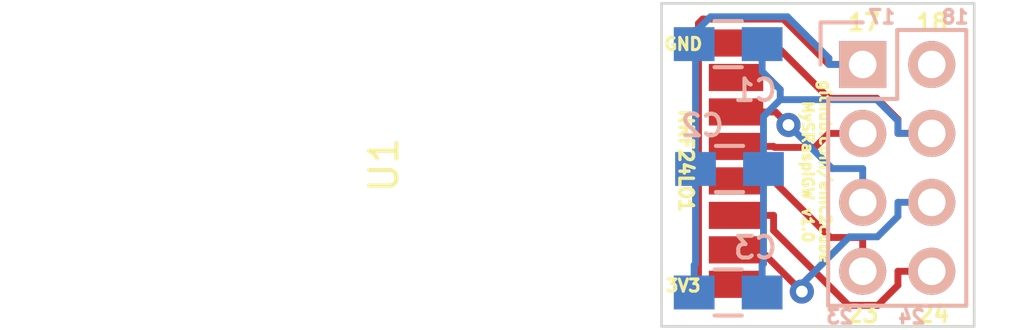
<source format=kicad_pcb>

(kicad_pcb
  (version 4)
  (host pcbnew 4.0.2-stable)
  (general
    (links 13)
    (no_connects 0)
    (area 53.949999 34.049999 65.550001 46.050001)
    (thickness 1.6002)
    (drawings 16)
    (tracks 67)
    (zones 0)
    (modules 5)
    (nets 10))
  (page A4)
  (layers
    (0 Top signal)
    (31 Bottom signal)
    (32 B.Adhes user)
    (33 F.Adhes user)
    (34 B.Paste user)
    (35 F.Paste user)
    (36 B.SilkS user)
    (37 F.SilkS user)
    (38 B.Mask user)
    (39 F.Mask user)
    (40 Dwgs.User user)
    (41 Cmts.User user)
    (42 Eco1.User user)
    (43 Eco2.User user)
    (44 Edge.Cuts user)
    (45 Margin user)
    (46 B.CrtYd user)
    (47 F.CrtYd user)
    (48 B.Fab user)
    (49 F.Fab user))
  (setup
    (last_trace_width 0.254)
    (trace_clearance 0.254)
    (zone_clearance 0.508)
    (zone_45_only no)
    (trace_min 0.1524)
    (segment_width 0.2)
    (edge_width 0.1)
    (via_size 0.889)
    (via_drill 0.4318)
    (via_min_size 0.6858)
    (via_min_drill 0.3302)
    (uvia_size 0.762)
    (uvia_drill 0.508)
    (uvias_allowed no)
    (uvia_min_size 0)
    (uvia_min_drill 0)
    (pcb_text_width 0.3)
    (pcb_text_size 1.5 1.5)
    (mod_edge_width 0.15)
    (mod_text_size 1 1)
    (mod_text_width 0.15)
    (pad_size 1 2)
    (pad_drill 0)
    (pad_to_mask_clearance 0)
    (aux_axis_origin 0 0)
    (visible_elements FFFFFFFF)
    (pcbplotparams
      (layerselection 0x010f0_80000001)
      (usegerberextensions true)
      (excludeedgelayer true)
      (linewidth 0.1)
      (plotframeref false)
      (viasonmask false)
      (mode 1)
      (useauxorigin false)
      (hpglpennumber 1)
      (hpglpenspeed 20)
      (hpglpendiameter 15)
      (hpglpenoverlay 2)
      (psnegative false)
      (psa4output false)
      (plotreference true)
      (plotvalue true)
      (plotinvisibletext false)
      (padsonsilk false)
      (subtractmaskfromsilk false)
      (outputformat 1)
      (mirror false)
      (drillshape 0)
      (scaleselection 1)
      (outputdirectory "")))
  (net 0 "")
  (net 1 +3V3)
  (net 2 GND)
  (net 3 MOSI)
  (net 4 MISO)
  (net 5 CE)
  (net 6 SCK)
  (net 7 CSN)
  (net 8 "Net-(U1-Pad8)")
  (net 9 "Net-(P1-Pad2)")
  (net_class Default "Ceci est la Netclass par défaut"
    (clearance 0.254)
    (trace_width 0.254)
    (via_dia 0.889)
    (via_drill 0.4318)
    (uvia_dia 0.762)
    (uvia_drill 0.508)
    (add_net +3V3)
    (add_net CE)
    (add_net CSN)
    (add_net GND)
    (add_net MISO)
    (add_net MOSI)
    (add_net "Net-(P1-Pad2)")
    (add_net "Net-(U1-Pad8)")
    (add_net SCK))
  (net_class VCC ""
    (clearance 0.3048)
    (trace_width 0.508)
    (via_dia 1.143)
    (via_drill 0.635)
    (uvia_dia 0.762)
    (uvia_drill 0.508))
  (module Socket_Strips:Socket_Strip_Straight_2x04
    (layer Bottom)
    (tedit 5779F6F8)
    (tstamp inf)
    (at 61.4 36.35 270)
    (descr "Through hole socket strip")
    (tags "socket strip")
    (path /573ACFFE)
    (fp_text reference P1
      (at 0.05 0 360)
      (layer B.SilkS) hide
      (effects
        (font
          (size 1 1)
          (thickness 0.15))
        (justify mirror)))
    (fp_text value CONN_02X04
      (at 3.75 -5.1 450)
      (layer B.Fab)
      (effects
        (font
          (size 1 1)
          (thickness 0.15))
        (justify mirror)))
    (fp_line
      (start -1.75 1.75)
      (end -1.75 -4.3)
      (layer B.CrtYd)
      (width 0.05))
    (fp_line
      (start 9.4 1.75)
      (end 9.4 -4.3)
      (layer B.CrtYd)
      (width 0.05))
    (fp_line
      (start -1.75 1.75)
      (end 9.4 1.75)
      (layer B.CrtYd)
      (width 0.05))
    (fp_line
      (start -1.75 -4.3)
      (end 9.4 -4.3)
      (layer B.CrtYd)
      (width 0.05))
    (fp_line
      (start 1.27 1.27)
      (end 8.89 1.27)
      (layer B.SilkS)
      (width 0.15))
    (fp_line
      (start 8.89 1.27)
      (end 8.89 -3.81)
      (layer B.SilkS)
      (width 0.15))
    (fp_line
      (start 8.89 -3.81)
      (end -1.27 -3.81)
      (layer B.SilkS)
      (width 0.15))
    (fp_line
      (start -1.27 -3.81)
      (end -1.27 -1.27)
      (layer B.SilkS)
      (width 0.15))
    (fp_line
      (start 0 1.55)
      (end -1.55 1.55)
      (layer B.SilkS)
      (width 0.15))
    (fp_line
      (start -1.27 -1.27)
      (end 1.27 -1.27)
      (layer B.SilkS)
      (width 0.15))
    (fp_line
      (start 1.27 -1.27)
      (end 1.27 1.27)
      (layer B.SilkS)
      (width 0.15))
    (fp_line
      (start -1.55 1.55)
      (end -1.55 0)
      (layer B.SilkS)
      (width 0.15))
    (pad 1 thru_hole rect
      (at 0 0 270)
      (size 1.7272 1.7272)
      (drill 1.016)
      (layers *.Cu *.Mask B.SilkS)
      (net 1 +3V3))
    (pad 2 thru_hole oval
      (at 0 -2.54 270)
      (size 1.7272 1.7272)
      (drill 1.016)
      (layers *.Cu *.Mask B.SilkS)
      (net 9 "Net-(P1-Pad2)"))
    (pad 3 thru_hole oval
      (at 2.54 0 270)
      (size 1.7272 1.7272)
      (drill 1.016)
      (layers *.Cu *.Mask B.SilkS)
      (net 3 MOSI))
    (pad 4 thru_hole oval
      (at 2.54 -2.54 270)
      (size 1.7272 1.7272)
      (drill 1.016)
      (layers *.Cu *.Mask B.SilkS)
      (net 2 GND))
    (pad 5 thru_hole oval
      (at 5.08 0 270)
      (size 1.7272 1.7272)
      (drill 1.016)
      (layers *.Cu *.Mask B.SilkS)
      (net 4 MISO))
    (pad 6 thru_hole oval
      (at 5.08 -2.54 270)
      (size 1.7272 1.7272)
      (drill 1.016)
      (layers *.Cu *.Mask B.SilkS)
      (net 5 CE))
    (pad 7 thru_hole oval
      (at 7.62 0 270)
      (size 1.7272 1.7272)
      (drill 1.016)
      (layers *.Cu *.Mask B.SilkS)
      (net 6 SCK))
    (pad 8 thru_hole oval
      (at 7.62 -2.54 270)
      (size 1.7272 1.7272)
      (drill 1.016)
      (layers *.Cu *.Mask B.SilkS)
      (net 7 CSN))
    (model Socket_Strips.3dshapes/Socket_Strip_Straight_2x04.wrl
      (at
        (xyz 0.15 -0.05 0))
      (scale
        (xyz 1 1 1))
      (rotate
        (xyz 0 0 180))))
  (module Capacitors_SMD:C_0805_HandSoldering
    (layer Bottom)
    (tedit 5779F6EC)
    (tstamp 573AD2EA)
    (at 56.45 44.75)
    (descr "Capacitor SMD 0805, hand soldering")
    (tags "capacitor 0805")
    (path /573AD311)
    (attr smd)
    (fp_text reference C3
      (at 1 -1.65)
      (layer B.SilkS)
      (effects
        (font
          (size 0.8 0.8)
          (thickness 0.15))
        (justify mirror)))
    (fp_text value 47µF
      (at -0.05 0.15)
      (layer B.Fab)
      (effects
        (font
          (size 1 1)
          (thickness 0.15))
        (justify mirror)))
    (fp_line
      (start -2.3 1)
      (end 2.3 1)
      (layer B.CrtYd)
      (width 0.05))
    (fp_line
      (start -2.3 -1)
      (end 2.3 -1)
      (layer B.CrtYd)
      (width 0.05))
    (fp_line
      (start -2.3 1)
      (end -2.3 -1)
      (layer B.CrtYd)
      (width 0.05))
    (fp_line
      (start 2.3 1)
      (end 2.3 -1)
      (layer B.CrtYd)
      (width 0.05))
    (fp_line
      (start 0.5 0.85)
      (end -0.5 0.85)
      (layer B.SilkS)
      (width 0.15))
    (fp_line
      (start -0.5 -0.85)
      (end 0.5 -0.85)
      (layer B.SilkS)
      (width 0.15))
    (pad 1 smd rect
      (at -1.25 0)
      (size 1.5 1.25)
      (layers Bottom B.Paste B.Mask)
      (net 1 +3V3))
    (pad 2 smd rect
      (at 1.25 0)
      (size 1.5 1.25)
      (layers Bottom B.Paste B.Mask)
      (net 2 GND))
    (model Capacitors_SMD.3dshapes/C_0805_HandSoldering.wrl
      (at
        (xyz 0 0 0))
      (scale
        (xyz 1 1 1))
      (rotate
        (xyz 0 0 0))))
  (module Capacitors_SMD:C_0805_HandSoldering
    (layer Bottom)
    (tedit 5779F6E6)
    (tstamp 573AD2E4)
    (at 56.5 40.2)
    (descr "Capacitor SMD 0805, hand soldering")
    (tags "capacitor 0805")
    (path /5701C54D)
    (attr smd)
    (fp_text reference C2
      (at -1 -1.6)
      (layer B.SilkS)
      (effects
        (font
          (size 0.8 0.8)
          (thickness 0.15))
        (justify mirror)))
    (fp_text value 4.7µF
      (at 0 0)
      (layer B.Fab)
      (effects
        (font
          (size 1 1)
          (thickness 0.15))
        (justify mirror)))
    (fp_line
      (start -2.3 1)
      (end 2.3 1)
      (layer B.CrtYd)
      (width 0.05))
    (fp_line
      (start -2.3 -1)
      (end 2.3 -1)
      (layer B.CrtYd)
      (width 0.05))
    (fp_line
      (start -2.3 1)
      (end -2.3 -1)
      (layer B.CrtYd)
      (width 0.05))
    (fp_line
      (start 2.3 1)
      (end 2.3 -1)
      (layer B.CrtYd)
      (width 0.05))
    (fp_line
      (start 0.5 0.85)
      (end -0.5 0.85)
      (layer B.SilkS)
      (width 0.15))
    (fp_line
      (start -0.5 -0.85)
      (end 0.5 -0.85)
      (layer B.SilkS)
      (width 0.15))
    (pad 1 smd rect
      (at -1.25 0)
      (size 1.5 1.25)
      (layers Bottom B.Paste B.Mask)
      (net 1 +3V3))
    (pad 2 smd rect
      (at 1.25 0)
      (size 1.5 1.25)
      (layers Bottom B.Paste B.Mask)
      (net 2 GND))
    (model Capacitors_SMD.3dshapes/C_0805_HandSoldering.wrl
      (at
        (xyz 0 0 0))
      (scale
        (xyz 1 1 1))
      (rotate
        (xyz 0 0 0))))
  (module Capacitors_SMD:C_0805_HandSoldering
    (layer Bottom)
    (tedit 5779F6E0)
    (tstamp 573AD2DE)
    (at 56.45 35.6)
    (descr "Capacitor SMD 0805, hand soldering")
    (tags "capacitor 0805")
    (path /573AD2DF)
    (attr smd)
    (fp_text reference C1
      (at 1 1.7)
      (layer B.SilkS)
      (effects
        (font
          (size 0.8 0.8)
          (thickness 0.15))
        (justify mirror)))
    (fp_text value 0.1µF
      (at 0.05 0)
      (layer B.Fab)
      (effects
        (font
          (size 1 1)
          (thickness 0.15))
        (justify mirror)))
    (fp_line
      (start -2.3 1)
      (end 2.3 1)
      (layer B.CrtYd)
      (width 0.05))
    (fp_line
      (start -2.3 -1)
      (end 2.3 -1)
      (layer B.CrtYd)
      (width 0.05))
    (fp_line
      (start -2.3 1)
      (end -2.3 -1)
      (layer B.CrtYd)
      (width 0.05))
    (fp_line
      (start 2.3 1)
      (end 2.3 -1)
      (layer B.CrtYd)
      (width 0.05))
    (fp_line
      (start 0.5 0.85)
      (end -0.5 0.85)
      (layer B.SilkS)
      (width 0.15))
    (fp_line
      (start -0.5 -0.85)
      (end 0.5 -0.85)
      (layer B.SilkS)
      (width 0.15))
    (pad 1 smd rect
      (at -1.25 0)
      (size 1.5 1.25)
      (layers Bottom B.Paste B.Mask)
      (net 1 +3V3))
    (pad 2 smd rect
      (at 1.25 0)
      (size 1.5 1.25)
      (layers Bottom B.Paste B.Mask)
      (net 2 GND))
    (model Capacitors_SMD.3dshapes/C_0805_HandSoldering.wrl
      (at
        (xyz 0 0 0))
      (scale
        (xyz 1 1 1))
      (rotate
        (xyz 0 0 0))))
  (module mysensors_radios:NRF24L01_PA_LNA-SMD
    (layer Top)
    (tedit 577395AB)
    (tstamp 5765B758)
    (at 48.04 40.05 90)
    (path /56F8DB79)
    (fp_text reference U1
      (at 0 -4.25 90)
      (layer F.SilkS)
      (effects
        (font
          (size 1 1)
          (thickness 0.15))))
    (fp_text value NRF24L01
      (at -5 -4 180)
      (layer F.Fab)
      (effects
        (font
          (size 0.8 0.8)
          (thickness 0.15))))
    (fp_line
      (start -5.25 -17)
      (end 4.75 -17)
      (layer F.CrtYd)
      (width 0.5))
    (fp_line
      (start -6 8.7)
      (end -6 -18.3)
      (layer F.CrtYd)
      (width 0.15))
    (fp_line
      (start 6 -18.3)
      (end 6 8.7)
      (layer F.CrtYd)
      (width 0.15))
    (fp_line
      (start -6 -13.3)
      (end 6 -13.3)
      (layer F.CrtYd)
      (width 0.15))
    (fp_line
      (start 6 8.7)
      (end -6 8.7)
      (layer F.CrtYd)
      (width 0.15))
    (fp_line
      (start -6 -18.3)
      (end 6 -18.3)
      (layer F.CrtYd)
      (width 0.15))
    (pad 2 smd rect
      (at -4.4 8.7 90)
      (size 1 2)
      (layers Top F.Paste F.Mask)
      (net 1 +3V3))
    (pad 3 smd rect
      (at -3.13 8.7 90)
      (size 1 2)
      (layers Top F.Paste F.Mask)
      (net 5 CE))
    (pad 4 smd rect
      (at -1.86 8.7 90)
      (size 1 2)
      (layers Top F.Paste F.Mask)
      (net 7 CSN))
    (pad 5 smd rect
      (at -0.59 8.7 90)
      (size 1 2)
      (layers Top F.Paste F.Mask)
      (net 6 SCK))
    (pad 6 smd rect
      (at 0.68 8.7 90)
      (size 1 2)
      (layers Top F.Paste F.Mask)
      (net 3 MOSI))
    (pad 7 smd rect
      (at 1.95 8.7 90)
      (size 1 2)
      (layers Top F.Paste F.Mask)
      (net 4 MISO))
    (pad 8 smd rect
      (at 3.22 8.7 90)
      (size 1 2)
      (layers Top F.Paste F.Mask)
      (net 8 "Net-(U1-Pad8)"))
    (pad 1 smd rect
      (at 4.49 8.7 90)
      (size 1 2)
      (layers Top F.Paste F.Mask)
      (net 2 GND))
    (model ${MYSLOCAL}/mysensors.3dshapes/mysensors_radios.3dshapes/nrf24palnasmd.wrl
      (at
        (xyz -5.7625 2.9 0.03))
      (scale
        (xyz 0.395 0.395 0.395))
      (rotate
        (xyz 0 0 0)))
    (model LEDs.3dshapes/LED_0402.wrl
      (at
        (xyz -0.02 0.66 0.062))
      (scale
        (xyz 8 1.75 1))
      (rotate
        (xyz 0 0 180)))
    (model Housings_DFN_QFN.3dshapes/QFN-20-1EP_5x5mm_Pitch0.65mm.wrl
      (at
        (xyz -0.0275 -0.109 0.062))
      (scale
        (xyz 1 1 1))
      (rotate
        (xyz 0 0 0)))
    (model Housings_DFN_QFN.3dshapes/QFN-16-1EP_3x3mm_Pitch0.5mm.wrl
      (at
        (xyz -0.08 0.335 0.062))
      (scale
        (xyz 1 1 1))
      (rotate
        (xyz 0 0 0))))
  (gr_text 3V3
    (at 54.8 44.5)
    (layer F.SilkS)
    (effects
      (font
        (size 0.45 0.45)
        (thickness 0.1125))))
  (gr_text GND
    (at 54.8 35.6)
    (layer F.SilkS)
    (effects
      (font
        (size 0.45 0.45)
        (thickness 0.1125))))
  (gr_text NRF24L01
    (at 54.9 39.9 270)
    (layer F.SilkS)
    (effects
      (font
        (size 0.5 0.5)
        (thickness 0.125))))
  (gr_text "github.com/emc2cube\nMySRaspiGW v1.0"
    (at 59.7 40.3 270)
    (layer F.SilkS)
    (effects
      (font
        (size 0.4 0.4)
        (thickness 0.1))))
  (gr_text 23
    (at 60.55 45.65)
    (layer B.SilkS)
    (effects
      (font
        (size 0.5 0.5)
        (thickness 0.125))
      (justify mirror)))
  (gr_text 24
    (at 63.2 45.65)
    (layer B.SilkS)
    (effects
      (font
        (size 0.5 0.5)
        (thickness 0.125))
      (justify mirror)))
  (gr_text 18
    (at 63.95 34.8)
    (layer F.SilkS)
    (effects
      (font
        (size 0.6 0.6)
        (thickness 0.125))))
  (gr_text 17
    (at 61.45 34.8)
    (layer F.SilkS)
    (effects
      (font
        (size 0.6 0.6)
        (thickness 0.125))))
  (gr_text 23
    (at 61.4 45.55)
    (layer F.SilkS)
    (effects
      (font
        (size 0.6 0.6)
        (thickness 0.125))))
  (gr_text 24
    (at 64 45.55)
    (layer F.SilkS)
    (effects
      (font
        (size 0.6 0.6)
        (thickness 0.125))))
  (gr_text 18
    (at 64.8 34.6)
    (layer B.SilkS)
    (effects
      (font
        (size 0.5 0.5)
        (thickness 0.125))
      (justify mirror)))
  (gr_text 17
    (at 62.1 34.6)
    (layer B.SilkS)
    (effects
      (font
        (size 0.5 0.5)
        (thickness 0.125))
      (justify mirror)))
  (gr_line
    (start 54 46)
    (end 65.5 46)
    (angle 90)
    (layer Edge.Cuts)
    (width 0.1))
  (gr_line
    (start 54 34.1)
    (end 54 46)
    (angle 90)
    (layer Edge.Cuts)
    (width 0.1))
  (gr_line
    (start 65.5 34.1)
    (end 54 34.1)
    (angle 90)
    (layer Edge.Cuts)
    (width 0.1))
  (gr_line
    (start 65.5 46)
    (end 65.5 34.1)
    (angle 90)
    (layer Edge.Cuts)
    (width 0.1))
  (segment
    (start 58.4837 34.6786)
    (end 60.1551 36.35)
    (width 0.254)
    (layer Top)
    (net 1))
  (segment
    (start 55.5154 34.6786)
    (end 58.4837 34.6786)
    (width 0.254)
    (layer Top)
    (net 1))
  (segment
    (start 55.3587 34.8353)
    (end 55.5154 34.6786)
    (width 0.254)
    (layer Top)
    (net 1))
  (segment
    (start 55.3587 44.45)
    (end 55.3587 34.8353)
    (width 0.254)
    (layer Top)
    (net 1))
  (segment
    (start 56.74 44.45)
    (end 55.3587 44.45)
    (width 0.254)
    (layer Top)
    (net 1))
  (segment
    (start 61.4 36.35)
    (end 60.1551 36.35)
    (width 0.254)
    (layer Top)
    (net 1))
  (segment
    (start 55.2 35.6)
    (end 55.2 35.0968)
    (width 0.254)
    (layer Bottom)
    (net 1))
  (segment
    (start 55.25 43.6937)
    (end 55.25 40.2)
    (width 0.254)
    (layer Bottom)
    (net 1))
  (segment
    (start 55.2 43.7437)
    (end 55.25 43.6937)
    (width 0.254)
    (layer Bottom)
    (net 1))
  (segment
    (start 55.2 44.75)
    (end 55.2 43.7437)
    (width 0.254)
    (layer Bottom)
    (net 1))
  (segment
    (start 55.8032 34.5936)
    (end 55.25 35.1468)
    (width 0.254)
    (layer Bottom)
    (net 1))
  (segment
    (start 58.6321 34.5936)
    (end 55.8032 34.5936)
    (width 0.254)
    (layer Bottom)
    (net 1))
  (segment
    (start 60.1551 36.1166)
    (end 58.6321 34.5936)
    (width 0.254)
    (layer Bottom)
    (net 1))
  (segment
    (start 60.1551 36.35)
    (end 60.1551 36.1166)
    (width 0.254)
    (layer Bottom)
    (net 1))
  (segment
    (start 55.2 35.0968)
    (end 55.25 35.1468)
    (width 0.254)
    (layer Bottom)
    (net 1))
  (segment
    (start 55.25 35.1468)
    (end 55.25 40.2)
    (width 0.254)
    (layer Bottom)
    (net 1))
  (segment
    (start 61.4 36.35)
    (end 60.1551 36.35)
    (width 0.254)
    (layer Bottom)
    (net 1))
  (segment
    (start 56.74 35.56)
    (end 58.1213 35.56)
    (width 0.254)
    (layer Top)
    (net 2))
  (segment
    (start 63.94 38.89)
    (end 62.6951 38.89)
    (width 0.254)
    (layer Top)
    (net 2))
  (segment
    (start 57.7 44.75)
    (end 57.7 43.7437)
    (width 0.254)
    (layer Bottom)
    (net 2))
  (segment
    (start 60.1563 37.595)
    (end 58.1213 35.56)
    (width 0.254)
    (layer Top)
    (net 2))
  (segment
    (start 61.9159 37.595)
    (end 60.1563 37.595)
    (width 0.254)
    (layer Top)
    (net 2))
  (segment
    (start 62.6951 38.3742)
    (end 61.9159 37.595)
    (width 0.254)
    (layer Top)
    (net 2))
  (segment
    (start 62.6951 38.89)
    (end 62.6951 38.3742)
    (width 0.254)
    (layer Top)
    (net 2))
  (segment
    (start 63.94 38.89)
    (end 62.6951 38.89)
    (width 0.254)
    (layer Bottom)
    (net 2))
  (segment
    (start 57.7 35.6)
    (end 57.7 36.6063)
    (width 0.254)
    (layer Bottom)
    (net 2))
  (segment
    (start 57.75 43.6937)
    (end 57.75 40.2)
    (width 0.254)
    (layer Bottom)
    (net 2))
  (segment
    (start 57.7 43.7437)
    (end 57.75 43.6937)
    (width 0.254)
    (layer Bottom)
    (net 2))
  (segment
    (start 58.3669 37.2732)
    (end 57.7 36.6063)
    (width 0.254)
    (layer Bottom)
    (net 2))
  (segment
    (start 58.3669 37.6451)
    (end 58.3669 37.2732)
    (width 0.254)
    (layer Bottom)
    (net 2))
  (segment
    (start 57.75 38.262)
    (end 58.3669 37.6451)
    (width 0.254)
    (layer Bottom)
    (net 2))
  (segment
    (start 57.75 40.2)
    (end 57.75 38.262)
    (width 0.254)
    (layer Bottom)
    (net 2))
  (segment
    (start 62.6951 38.4231)
    (end 62.6951 38.89)
    (width 0.254)
    (layer Bottom)
    (net 2))
  (segment
    (start 61.9171 37.6451)
    (end 62.6951 38.4231)
    (width 0.254)
    (layer Bottom)
    (net 2))
  (segment
    (start 58.3669 37.6451)
    (end 61.9171 37.6451)
    (width 0.254)
    (layer Bottom)
    (net 2))
  (segment
    (start 61.4 38.89)
    (end 60.1551 38.89)
    (width 0.254)
    (layer Top)
    (net 3))
  (segment
    (start 59.6403 39.4048)
    (end 60.1551 38.89)
    (width 0.254)
    (layer Top)
    (net 3))
  (segment
    (start 58.1561 39.4048)
    (end 59.6403 39.4048)
    (width 0.254)
    (layer Top)
    (net 3))
  (segment
    (start 58.1213 39.37)
    (end 58.1561 39.4048)
    (width 0.254)
    (layer Top)
    (net 3))
  (segment
    (start 56.74 39.37)
    (end 58.1213 39.37)
    (width 0.254)
    (layer Top)
    (net 3))
  (segment
    (start 58.19 38.1)
    (end 58.669 38.579)
    (width 0.254)
    (layer Top)
    (net 4))
  (segment
    (start 56.74 38.1)
    (end 58.19 38.1)
    (width 0.254)
    (layer Top)
    (net 4))
  (segment
    (start 60.2751 40.1851)
    (end 61.4 40.1851)
    (width 0.254)
    (layer Bottom)
    (net 4))
  (segment
    (start 58.669 38.579)
    (end 60.2751 40.1851)
    (width 0.254)
    (layer Bottom)
    (net 4))
  (segment
    (start 61.4 41.43)
    (end 61.4 40.1851)
    (width 0.254)
    (layer Bottom)
    (net 4))
  (segment
    (start 63.94 41.43)
    (end 62.6951 41.43)
    (width 0.254)
    (layer Bottom)
    (net 5))
  (segment
    (start 59.1613 44.7158)
    (end 59.1612 44.7158)
    (width 0.254)
    (layer Bottom)
    (net 5))
  (segment
    (start 59.1613 44.4471)
    (end 59.1613 44.7158)
    (width 0.254)
    (layer Bottom)
    (net 5))
  (segment
    (start 60.9084 42.7)
    (end 59.1613 44.4471)
    (width 0.254)
    (layer Bottom)
    (net 5))
  (segment
    (start 61.9409 42.7)
    (end 60.9084 42.7)
    (width 0.254)
    (layer Bottom)
    (net 5))
  (segment
    (start 62.6951 41.9458)
    (end 61.9409 42.7)
    (width 0.254)
    (layer Bottom)
    (net 5))
  (segment
    (start 62.6951 41.43)
    (end 62.6951 41.9458)
    (width 0.254)
    (layer Bottom)
    (net 5))
  (segment
    (start 57.6254 43.18)
    (end 59.1612 44.7158)
    (width 0.254)
    (layer Top)
    (net 5))
  (segment
    (start 56.74 43.18)
    (end 57.6254 43.18)
    (width 0.254)
    (layer Top)
    (net 5))
  (segment
    (start 60.2064 42.7251)
    (end 61.4 42.7251)
    (width 0.254)
    (layer Top)
    (net 6))
  (segment
    (start 58.1213 40.64)
    (end 60.2064 42.7251)
    (width 0.254)
    (layer Top)
    (net 6))
  (segment
    (start 56.74 40.64)
    (end 58.1213 40.64)
    (width 0.254)
    (layer Top)
    (net 6))
  (segment
    (start 61.4 43.97)
    (end 61.4 42.7251)
    (width 0.254)
    (layer Top)
    (net 6))
  (segment
    (start 62.6951 44.4858)
    (end 62.6951 43.97)
    (width 0.254)
    (layer Top)
    (net 7))
  (segment
    (start 61.9571 45.2238)
    (end 62.6951 44.4858)
    (width 0.254)
    (layer Top)
    (net 7))
  (segment
    (start 60.8796 45.2238)
    (end 61.9571 45.2238)
    (width 0.254)
    (layer Top)
    (net 7))
  (segment
    (start 58.1213 42.4655)
    (end 60.8796 45.2238)
    (width 0.254)
    (layer Top)
    (net 7))
  (segment
    (start 58.1213 41.91)
    (end 58.1213 42.4655)
    (width 0.254)
    (layer Top)
    (net 7))
  (segment
    (start 56.74 41.91)
    (end 58.1213 41.91)
    (width 0.254)
    (layer Top)
    (net 7))
  (segment
    (start 63.94 43.97)
    (end 62.6951 43.97)
    (width 0.254)
    (layer Top)
    (net 7))
  (via
    (at 58.669 38.579)
    (size 0.889)
    (layers Top Bottom)
    (net 4))
  (via
    (at 59.1612 44.7158)
    (size 0.889)
    (layers Top Bottom)
    (net 5)))
</source>
